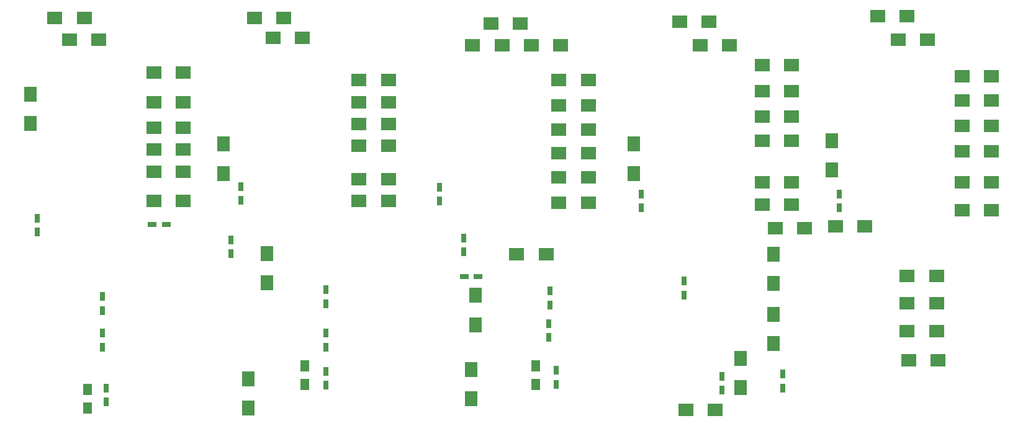
<source format=gbr>
G04 #@! TF.FileFunction,Paste,Top*
%FSLAX46Y46*%
G04 Gerber Fmt 4.6, Leading zero omitted, Abs format (unit mm)*
G04 Created by KiCad (PCBNEW 4.0.4-stable) date Wednesday, November 08, 2017 'PMt' 04:38:46 PM*
%MOMM*%
%LPD*%
G01*
G04 APERTURE LIST*
%ADD10C,0.100000*%
%ADD11R,0.750000X1.200000*%
%ADD12R,1.200000X0.750000*%
%ADD13R,1.250000X1.500000*%
%ADD14R,2.000000X1.700000*%
%ADD15R,1.700000X2.000000*%
G04 APERTURE END LIST*
D10*
D11*
X118400000Y-104450000D03*
X118400000Y-102550000D03*
X145500000Y-104510000D03*
X145500000Y-102610000D03*
X173000000Y-105450000D03*
X173000000Y-103550000D03*
X200000000Y-105450000D03*
X200000000Y-103550000D03*
X192300000Y-130050000D03*
X192300000Y-128150000D03*
X99500000Y-124450000D03*
X99500000Y-122550000D03*
D12*
X106300000Y-107750000D03*
X108200000Y-107750000D03*
D11*
X90600000Y-106850000D03*
X90600000Y-108750000D03*
X117000000Y-111700000D03*
X117000000Y-109800000D03*
X99500000Y-117550000D03*
X99500000Y-119450000D03*
X130000000Y-124450000D03*
X130000000Y-122550000D03*
D12*
X148850000Y-114800000D03*
X150750000Y-114800000D03*
D11*
X148750000Y-111450000D03*
X148750000Y-109550000D03*
X130000000Y-116650000D03*
X130000000Y-118550000D03*
X160400000Y-123150000D03*
X160400000Y-121250000D03*
X178800000Y-115450000D03*
X178800000Y-117350000D03*
X184000000Y-128450000D03*
X184000000Y-130350000D03*
X160500000Y-116800000D03*
X160500000Y-118700000D03*
X100000000Y-130050000D03*
X100000000Y-131950000D03*
D13*
X97500000Y-130250000D03*
X97500000Y-132750000D03*
D11*
X130000000Y-129650000D03*
X130000000Y-127750000D03*
D13*
X127100000Y-129550000D03*
X127100000Y-127050000D03*
D11*
X161400000Y-129550000D03*
X161400000Y-127650000D03*
D13*
X158600000Y-129550000D03*
X158600000Y-127050000D03*
D14*
X134500000Y-91000000D03*
X138500000Y-91000000D03*
X161750000Y-91500000D03*
X165750000Y-91500000D03*
X189500000Y-89500000D03*
X193500000Y-89500000D03*
X216750000Y-90750000D03*
X220750000Y-90750000D03*
X209250000Y-114750000D03*
X213250000Y-114750000D03*
X106500000Y-91000000D03*
X110500000Y-91000000D03*
D15*
X119380000Y-132810000D03*
X119380000Y-128810000D03*
X121900000Y-115700000D03*
X121900000Y-111700000D03*
X149800000Y-131500000D03*
X149800000Y-127500000D03*
X150400000Y-121400000D03*
X150400000Y-117400000D03*
D14*
X179100000Y-133000000D03*
X183100000Y-133000000D03*
X160000000Y-111750000D03*
X156000000Y-111750000D03*
D15*
X116000000Y-96750000D03*
X116000000Y-100750000D03*
D14*
X124250000Y-79500000D03*
X120250000Y-79500000D03*
X126750000Y-82250000D03*
X122750000Y-82250000D03*
X134500000Y-88000000D03*
X138500000Y-88000000D03*
X134500000Y-104500000D03*
X138500000Y-104500000D03*
X134500000Y-94000000D03*
X138500000Y-94000000D03*
X134500000Y-101500000D03*
X138500000Y-101500000D03*
X134500000Y-97000000D03*
X138500000Y-97000000D03*
X150000000Y-83250000D03*
X154000000Y-83250000D03*
X152500000Y-80250000D03*
X156500000Y-80250000D03*
X158000000Y-83250000D03*
X162000000Y-83250000D03*
X161750000Y-88000000D03*
X165750000Y-88000000D03*
X161750000Y-104750000D03*
X165750000Y-104750000D03*
X161750000Y-94750000D03*
X165750000Y-94750000D03*
X161750000Y-101250000D03*
X165750000Y-101250000D03*
X161750000Y-98000000D03*
X165750000Y-98000000D03*
D15*
X172000000Y-96750000D03*
X172000000Y-100750000D03*
D14*
X178250000Y-80000000D03*
X182250000Y-80000000D03*
X181000000Y-83250000D03*
X185000000Y-83250000D03*
X189500000Y-86000000D03*
X193500000Y-86000000D03*
X189500000Y-105000000D03*
X193500000Y-105000000D03*
X189500000Y-93000000D03*
X193500000Y-93000000D03*
X189500000Y-102000000D03*
X193500000Y-102000000D03*
X189500000Y-96250000D03*
X193500000Y-96250000D03*
D15*
X199000000Y-96250000D03*
X199000000Y-100250000D03*
D14*
X205250000Y-79250000D03*
X209250000Y-79250000D03*
X208000000Y-82500000D03*
X212000000Y-82500000D03*
X216750000Y-87500000D03*
X220750000Y-87500000D03*
X216750000Y-105750000D03*
X220750000Y-105750000D03*
X216750000Y-94250000D03*
X220750000Y-94250000D03*
X216750000Y-102000000D03*
X220750000Y-102000000D03*
X216750000Y-97750000D03*
X220750000Y-97750000D03*
D15*
X191000000Y-115750000D03*
X191000000Y-111750000D03*
X191000000Y-124000000D03*
X191000000Y-120000000D03*
X186500000Y-126000000D03*
X186500000Y-130000000D03*
D14*
X191250000Y-108250000D03*
X195250000Y-108250000D03*
X199500000Y-108000000D03*
X203500000Y-108000000D03*
X209250000Y-118500000D03*
X213250000Y-118500000D03*
X209500000Y-126250000D03*
X213500000Y-126250000D03*
X209250000Y-122250000D03*
X213250000Y-122250000D03*
D15*
X89700000Y-93900000D03*
X89700000Y-89900000D03*
D14*
X97000000Y-79500000D03*
X93000000Y-79500000D03*
X99000000Y-82500000D03*
X95000000Y-82500000D03*
X106500000Y-87000000D03*
X110500000Y-87000000D03*
X106500000Y-104500000D03*
X110500000Y-104500000D03*
X106500000Y-94500000D03*
X110500000Y-94500000D03*
X106500000Y-100500000D03*
X110500000Y-100500000D03*
X106500000Y-97500000D03*
X110500000Y-97500000D03*
M02*

</source>
